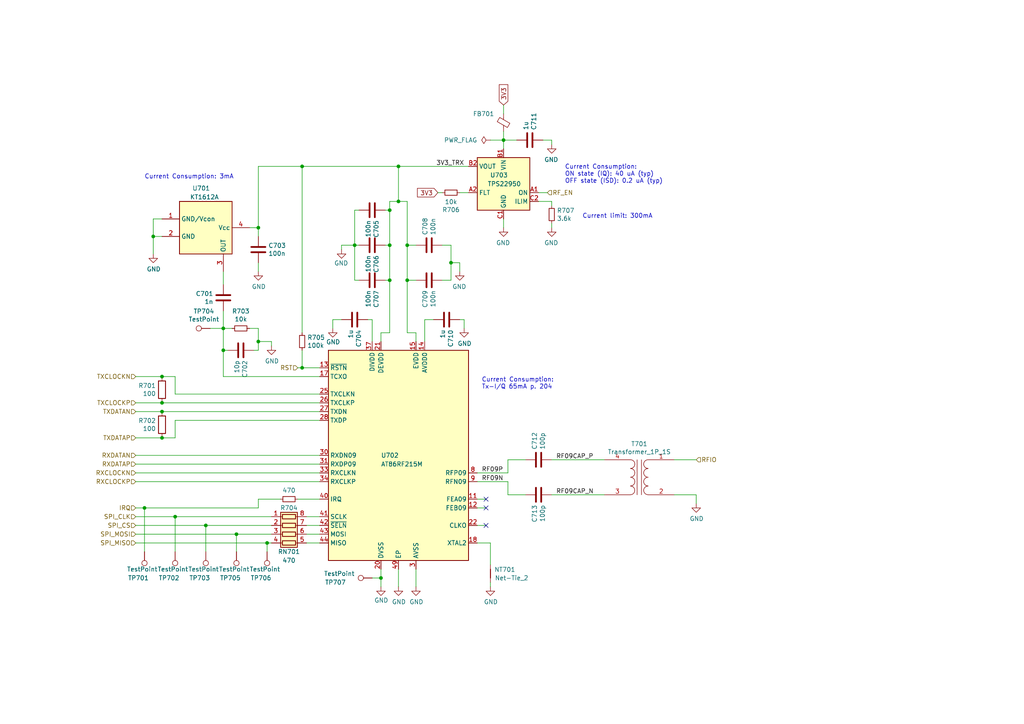
<source format=kicad_sch>
(kicad_sch (version 20211123) (generator eeschema)
  (paper "A4")
  (lib_symbols
    (symbol "Connector:TestPoint" (pin_numbers hide) (pin_names (offset 0.762) hide)
      (property "Reference" "TP" (at 0 6.858 0))
      (property "Value" "TestPoint" (at 0 5.08 0))
      (symbol "TestPoint_0_1"
        (circle (center 0 3.302) (radius 0.762))
      )
      (symbol "TestPoint_1_1"
        (pin passive line (at 0 0 90) (length 2.54) (name "1") (number "1"))
      )
    )
    (symbol "Device:C" (pin_numbers hide) (pin_names (offset 0.254))
      (property "Reference" "C" (at 0.635 2.54 0))
      (property "Value" "C" (at 0.635 -2.54 0))
      (symbol "C_0_1"
        (polyline (pts (xy -2.032 -0.762) (xy 2.032 -0.762)) (stroke (width 0.508)))
        (polyline (pts (xy -2.032 0.762) (xy 2.032 0.762)) (stroke (width 0.508)))
      )
      (symbol "C_1_1"
        (pin passive line (at 0 3.81 270) (length 2.794) (name "~") (number "1"))
        (pin passive line (at 0 -3.81 90) (length 2.794) (name "~") (number "2"))
      )
    )
    (symbol "Device:FerriteBead_Small" (pin_numbers hide) (pin_names (offset 0))
      (property "Reference" "FB" (at 1.905 1.27 0))
      (property "Value" "FerriteBead_Small" (at 1.905 -1.27 0))
      (symbol "FerriteBead_Small_0_1"
        (polyline (pts (xy 0 -1.27) (xy 0 -0.7874)))
        (polyline (pts (xy 0 0.889) (xy 0 1.2954)))
        (polyline (pts (xy -1.8288 0.2794) (xy -1.1176 1.4986) (xy 1.8288 -0.2032) (xy 1.1176 -1.4224) (xy -1.8288 0.2794)))
      )
      (symbol "FerriteBead_Small_1_1"
        (pin passive line (at 0 2.54 270) (length 1.27) (name "~") (number "1"))
        (pin passive line (at 0 -2.54 90) (length 1.27) (name "~") (number "2"))
      )
    )
    (symbol "Device:NetTie_2" (pin_numbers hide) (pin_names (offset 0) hide)
      (property "Reference" "NT" (at 0 1.27 0))
      (property "Value" "NetTie_2" (at 0 -1.27 0))
      (symbol "NetTie_2_0_1"
        (polyline (pts (xy -1.27 0) (xy 1.27 0)) (stroke (width 0.254)))
      )
      (symbol "NetTie_2_1_1"
        (pin passive line (at -2.54 0 0) (length 2.54) (name "1") (number "1"))
        (pin passive line (at 2.54 0 180) (length 2.54) (name "2") (number "2"))
      )
    )
    (symbol "Device:R" (pin_numbers hide) (pin_names (offset 0))
      (property "Reference" "R" (at 2.032 0 90))
      (property "Value" "R" (at 0 0 90))
      (symbol "R_0_1"
        (rectangle (start -1.016 -2.54) (end 1.016 2.54) (stroke (width 0.254)))
      )
      (symbol "R_1_1"
        (pin passive line (at 0 3.81 270) (length 1.27) (name "~") (number "1"))
        (pin passive line (at 0 -3.81 90) (length 1.27) (name "~") (number "2"))
      )
    )
    (symbol "Device:R_Pack04" (pin_names (offset 0) hide)
      (property "Reference" "RN" (at -7.62 0 90))
      (property "Value" "R_Pack04" (at 5.08 0 90))
      (symbol "R_Pack04_0_1"
        (rectangle (start -6.35 -2.413) (end 3.81 2.413) (stroke (width 0.254)) (fill (type background)))
        (rectangle (start -5.715 1.905) (end -4.445 -1.905) (stroke (width 0.254)))
        (rectangle (start -3.175 1.905) (end -1.905 -1.905) (stroke (width 0.254)))
        (rectangle (start -0.635 1.905) (end 0.635 -1.905) (stroke (width 0.254)))
        (polyline (pts (xy -5.08 -2.54) (xy -5.08 -1.905)))
        (polyline (pts (xy -5.08 1.905) (xy -5.08 2.54)))
        (polyline (pts (xy -2.54 -2.54) (xy -2.54 -1.905)))
        (polyline (pts (xy -2.54 1.905) (xy -2.54 2.54)))
        (polyline (pts (xy 0 -2.54) (xy 0 -1.905)))
        (polyline (pts (xy 0 1.905) (xy 0 2.54)))
        (polyline (pts (xy 2.54 -2.54) (xy 2.54 -1.905)))
        (polyline (pts (xy 2.54 1.905) (xy 2.54 2.54)))
        (rectangle (start 1.905 1.905) (end 3.175 -1.905) (stroke (width 0.254)))
      )
      (symbol "R_Pack04_1_1"
        (pin passive line (at -5.08 -5.08 90) (length 2.54) (name "R1.1") (number "1"))
        (pin passive line (at -2.54 -5.08 90) (length 2.54) (name "R2.1") (number "2"))
        (pin passive line (at 0 -5.08 90) (length 2.54) (name "R3.1") (number "3"))
        (pin passive line (at 2.54 -5.08 90) (length 2.54) (name "R4.1") (number "4"))
        (pin passive line (at 2.54 5.08 270) (length 2.54) (name "R4.2") (number "5"))
        (pin passive line (at 0 5.08 270) (length 2.54) (name "R3.2") (number "6"))
        (pin passive line (at -2.54 5.08 270) (length 2.54) (name "R2.2") (number "7"))
        (pin passive line (at -5.08 5.08 270) (length 2.54) (name "R1.2") (number "8"))
      )
    )
    (symbol "Device:R_Small" (pin_numbers hide) (pin_names (offset 0.254) hide)
      (property "Reference" "R" (at 0.762 0.508 0))
      (property "Value" "R_Small" (at 0.762 -1.016 0))
      (symbol "R_Small_0_1"
        (rectangle (start -0.762 1.778) (end 0.762 -1.778) (stroke (width 0.2032)))
      )
      (symbol "R_Small_1_1"
        (pin passive line (at 0 2.54 270) (length 0.762) (name "~") (number "1"))
        (pin passive line (at 0 -2.54 90) (length 0.762) (name "~") (number "2"))
      )
    )
    (symbol "Device:Transformer_1P_1S" (pin_names (offset 1.016) hide)
      (property "Reference" "T" (at 0 6.35 0))
      (property "Value" "Transformer_1P_1S" (at 0 -7.62 0))
      (symbol "Transformer_1P_1S_0_1"
        (arc (start -2.54 -5.0546) (mid -1.6561 -4.6863) (end -1.27 -3.81))
        (arc (start -2.54 -2.5146) (mid -1.6561 -2.1463) (end -1.27 -1.27))
        (arc (start -2.54 0.0254) (mid -1.6561 0.3937) (end -1.27 1.27))
        (arc (start -2.54 2.5654) (mid -1.6561 2.9337) (end -1.27 3.81))
        (arc (start -1.27 -3.81) (mid -1.642 -2.912) (end -2.54 -2.54))
        (arc (start -1.27 -1.27) (mid -1.642 -0.372) (end -2.54 0))
        (arc (start -1.27 1.27) (mid -1.642 2.168) (end -2.54 2.54))
        (arc (start -1.27 3.81) (mid -1.642 4.708) (end -2.54 5.08))
        (polyline (pts (xy -0.635 5.08) (xy -0.635 -5.08)))
        (polyline (pts (xy 0.635 -5.08) (xy 0.635 5.08)))
        (arc (start 1.2954 -1.27) (mid 1.6599 -2.1501) (end 2.54 -2.5146))
        (arc (start 1.2954 1.27) (mid 1.6599 0.3899) (end 2.54 0.0254))
        (arc (start 1.2954 3.81) (mid 1.6599 2.9299) (end 2.54 2.5654))
        (arc (start 1.3208 -3.81) (mid 1.6853 -4.6901) (end 2.5654 -5.0546))
        (arc (start 2.54 0) (mid 1.6456 -0.3683) (end 1.2954 -1.27))
        (arc (start 2.54 2.54) (mid 1.6456 2.1717) (end 1.2954 1.27))
        (arc (start 2.54 5.08) (mid 1.6456 4.7117) (end 1.2954 3.81))
        (arc (start 2.5654 -2.54) (mid 1.671 -2.9083) (end 1.3208 -3.81))
      )
      (symbol "Transformer_1P_1S_1_1"
        (pin passive line (at -10.16 5.08 0) (length 7.62) (name "AA") (number "1"))
        (pin passive line (at -10.16 -5.08 0) (length 7.62) (name "AB") (number "2"))
        (pin passive line (at 10.16 -5.08 180) (length 7.62) (name "SA") (number "3"))
        (pin passive line (at 10.16 5.08 180) (length 7.62) (name "SB") (number "4"))
      )
    )
    (symbol "lsf-kicad:AT86RF215M"
      (property "Reference" "U" (at -19.05 33.02 0))
      (property "Value" "AT86RF215M" (at 0 0 0))
      (symbol "AT86RF215M_0_1"
        (rectangle (start -20.32 30.48) (end 20.32 -30.48) (stroke (width 0.254)) (fill (type background)))
      )
      (symbol "AT86RF215M_1_1"
        (pin no_connect line (at 22.86 20.32 180) (length 2.54) hide (name "FEA24") (number "1"))
        (pin passive line (at 5.08 -33.02 90) (length 2.54) hide (name "AVSS") (number "10"))
        (pin output line (at 22.86 -12.7 180) (length 2.54) (name "FEA09") (number "11"))
        (pin output line (at 22.86 -15.24 180) (length 2.54) (name "FEB09") (number "12"))
        (pin input line (at -22.86 25.4 0) (length 2.54) (name "~{RSTN}") (number "13"))
        (pin power_out line (at 7.62 33.02 270) (length 2.54) (name "AVDD0") (number "14"))
        (pin power_in line (at 5.08 33.02 270) (length 2.54) (name "EVDD") (number "15"))
        (pin passive line (at 5.08 -33.02 90) (length 2.54) hide (name "AVSS") (number "16"))
        (pin input line (at -22.86 22.86 0) (length 2.54) (name "TCXO") (number "17"))
        (pin bidirectional line (at 22.86 -25.4 180) (length 2.54) (name "XTAL2") (number "18"))
        (pin passive line (at 5.08 -33.02 90) (length 2.54) hide (name "AVSS") (number "19"))
        (pin no_connect line (at 22.86 17.78 180) (length 2.54) hide (name "FEB24") (number "2"))
        (pin power_in line (at -5.08 -33.02 90) (length 2.54) (name "DVSS") (number "20"))
        (pin power_in line (at -5.08 33.02 270) (length 2.54) (name "DEVDD") (number "21"))
        (pin output line (at 22.86 -20.32 180) (length 2.54) (name "CLKO") (number "22"))
        (pin passive line (at -5.08 -33.02 90) (length 2.54) hide (name "DVSS") (number "23"))
        (pin passive line (at -5.08 -33.02 90) (length 2.54) hide (name "DVSS") (number "24"))
        (pin input line (at -22.86 17.78 0) (length 2.54) (name "TXCLKN") (number "25"))
        (pin input line (at -22.86 15.24 0) (length 2.54) (name "TXCLKP") (number "26"))
        (pin input line (at -22.86 12.7 0) (length 2.54) (name "TXDN") (number "27"))
        (pin input line (at -22.86 10.16 0) (length 2.54) (name "TXDP") (number "28"))
        (pin passive line (at -5.08 33.02 270) (length 2.54) hide (name "DEVDD") (number "29"))
        (pin power_in line (at 5.08 -33.02 90) (length 2.54) (name "AVSS") (number "3"))
        (pin output line (at -22.86 0 0) (length 2.54) (name "RXDN09") (number "30"))
        (pin output line (at -22.86 -2.54 0) (length 2.54) (name "RXDP09") (number "31"))
        (pin passive line (at -5.08 -33.02 90) (length 2.54) hide (name "DVSS") (number "32"))
        (pin output line (at -22.86 -5.08 0) (length 2.54) (name "RXCLKN") (number "33"))
        (pin output line (at -22.86 -7.62 0) (length 2.54) (name "RXCLKP") (number "34"))
        (pin no_connect line (at -22.86 5.08 0) (length 2.54) hide (name "RXDN24") (number "35"))
        (pin no_connect line (at -22.86 2.54 0) (length 2.54) hide (name "RXDP24") (number "36"))
        (pin power_out line (at -7.62 33.02 270) (length 2.54) (name "DΙVDD") (number "37"))
        (pin passive line (at -5.08 -33.02 90) (length 2.54) hide (name "DVSS") (number "38"))
        (pin passive line (at -5.08 33.02 270) (length 2.54) hide (name "DEVDD") (number "39"))
        (pin no_connect line (at 22.86 12.7 180) (length 2.54) hide (name "RFP24") (number "4"))
        (pin output line (at -22.86 -12.7 0) (length 2.54) (name "IRQ") (number "40"))
        (pin input line (at -22.86 -17.78 0) (length 2.54) (name "SCLK") (number "41"))
        (pin input line (at -22.86 -20.32 0) (length 2.54) (name "~{SELN}") (number "42"))
        (pin input line (at -22.86 -22.86 0) (length 2.54) (name "MOSI") (number "43"))
        (pin output line (at -22.86 -25.4 0) (length 2.54) (name "MISO") (number "44"))
        (pin passive line (at 5.08 -33.02 90) (length 2.54) hide (name "AVSS") (number "45"))
        (pin passive line (at 5.08 33.02 270) (length 2.54) hide (name "EVDD") (number "46"))
        (pin no_connect line (at 10.16 33.02 270) (length 2.54) hide (name "AVDD1") (number "47"))
        (pin passive line (at 5.08 -33.02 90) (length 2.54) hide (name "AVSS") (number "48"))
        (pin power_in line (at 0 -33.02 90) (length 2.54) (name "EP") (number "49"))
        (pin no_connect line (at 22.86 10.16 180) (length 2.54) hide (name "RFN24") (number "5"))
        (pin passive line (at 5.08 -33.02 90) (length 2.54) hide (name "AVSS") (number "6"))
        (pin passive line (at 5.08 -33.02 90) (length 2.54) hide (name "AVSS") (number "7"))
        (pin bidirectional line (at 22.86 -5.08 180) (length 2.54) (name "RFP09") (number "8"))
        (pin bidirectional line (at 22.86 -7.62 180) (length 2.54) (name "RFN09") (number "9"))
      )
    )
    (symbol "lsf-kicad:KT1612A"
      (property "Reference" "U" (at 6.35 8.89 0))
      (property "Value" "KT1612A" (at -7.62 8.89 0))
      (symbol "KT1612A_0_1"
        (rectangle (start -7.62 7.62) (end 7.62 -7.62) (stroke (width 0.254)) (fill (type background)))
      )
      (symbol "KT1612A_1_1"
        (pin power_in line (at -2.54 -12.7 90) (length 5.08) (name "GND/Vcon") (number "1"))
        (pin power_in line (at 2.54 -12.7 90) (length 5.08) (name "GND") (number "2"))
        (pin output line (at 12.7 5.08 180) (length 5.08) (name "OUT") (number "3"))
        (pin power_in line (at 0 12.7 270) (length 5.08) (name "Vcc") (number "4"))
      )
    )
    (symbol "lsf-kicad:TPS22950"
      (property "Reference" "U" (at 5.08 8.89 0))
      (property "Value" "TPS22950" (at 5.08 -8.89 0))
      (symbol "TPS22950_0_1"
        (rectangle (start -7.62 7.62) (end 7.62 -7.62) (stroke (width 0.254)) (fill (type background)))
      )
      (symbol "TPS22950_1_1"
        (pin input line (at -10.16 -2.54 0) (length 2.54) (name "ON") (number "A1"))
        (pin open_collector line (at 10.16 -2.54 180) (length 2.54) (name "FLT") (number "A2"))
        (pin power_in line (at 0 10.16 270) (length 2.54) (name "VIN") (number "B1"))
        (pin power_out line (at 10.16 5.08 180) (length 2.54) (name "VOUT") (number "B2"))
        (pin power_in line (at 0 -10.16 90) (length 2.54) (name "GND") (number "C1"))
        (pin output line (at -10.16 -5.08 0) (length 2.54) (name "ILIM") (number "C2"))
      )
    )
    (symbol "power:GND" (power) (pin_names (offset 0))
      (property "Value" "GND" (at 0 -3.81 0))
      (symbol "GND_0_1"
        (polyline (pts (xy 0 0) (xy 0 -1.27) (xy 1.27 -1.27) (xy 0 -2.54) (xy -1.27 -1.27) (xy 0 -1.27)))
      )
      (symbol "GND_1_1"
        (pin power_in line (at 0 0 270) (length 0) hide (name "GND") (number "1"))
      )
    )
    (symbol "power:PWR_FLAG" (power) (pin_numbers hide) (pin_names (offset 0) hide)
      (property "Value" "PWR_FLAG" (at 0 3.81 0))
      (symbol "PWR_FLAG_0_0"
        (pin power_out line (at 0 0 90) (length 0) (name "pwr") (number "1"))
      )
      (symbol "PWR_FLAG_0_1"
        (polyline (pts (xy 0 0) (xy 0 1.27) (xy -1.016 1.905) (xy 0 2.54) (xy 1.016 1.905) (xy 0 1.27)))
      )
    )
  )
  (junction (at 59.69 152.4))
  (junction (at 130.81 76.2))
  (junction (at 64.77 101.6))
  (junction (at 74.93 99.06))
  (junction (at 115.57 48.26))
  (junction (at 46.99 116.84))
  (junction (at 77.47 157.48))
  (junction (at 46.99 109.22))
  (junction (at 118.11 71.12))
  (junction (at 46.99 119.38))
  (junction (at 68.58 154.94))
  (junction (at 87.63 106.68))
  (junction (at 113.03 60.96))
  (junction (at 44.45 68.58))
  (junction (at 110.49 167.64))
  (junction (at 113.03 81.28))
  (junction (at 87.63 48.26))
  (junction (at 118.11 81.28))
  (junction (at 115.57 58.42))
  (junction (at 41.91 147.32))
  (junction (at 113.03 71.12))
  (junction (at 50.8 149.86))
  (junction (at 46.99 127))
  (junction (at 64.77 95.25))
  (junction (at 74.93 66.04))
  (junction (at 146.05 40.64))
  (junction (at 102.87 71.12))
  (no_connect (at 140.97 147.32))
  (no_connect (at 140.97 144.78))
  (no_connect (at 140.97 152.4))
  (wire (pts (xy 128.27 71.12) (xy 130.81 71.12)))
  (wire (pts (xy 46.99 119.38) (xy 39.37 119.38)))
  (wire (pts (xy 146.05 63.5) (xy 146.05 66.04)))
  (wire (pts (xy 134.62 92.71) (xy 133.35 92.71)))
  (wire (pts (xy 111.76 71.12) (xy 113.03 71.12)))
  (wire (pts (xy 39.37 139.7) (xy 92.71 139.7)))
  (wire (pts (xy 74.93 76.2) (xy 74.93 78.74)))
  (wire (pts (xy 138.43 137.16) (xy 147.32 137.16)))
  (wire (pts (xy 102.87 60.96) (xy 104.14 60.96)))
  (wire (pts (xy 87.63 101.6) (xy 87.63 106.68)))
  (wire (pts (xy 115.57 48.26) (xy 135.89 48.26)))
  (wire (pts (xy 74.93 48.26) (xy 74.93 66.04)))
  (wire (pts (xy 78.74 157.48) (xy 77.47 157.48)))
  (wire (pts (xy 118.11 81.28) (xy 118.11 96.52)))
  (wire (pts (xy 44.45 68.58) (xy 44.45 73.66)))
  (wire (pts (xy 138.43 152.4) (xy 140.97 152.4)))
  (wire (pts (xy 46.99 127) (xy 39.37 127)))
  (wire (pts (xy 87.63 106.68) (xy 92.71 106.68)))
  (wire (pts (xy 64.77 78.74) (xy 64.77 82.55)))
  (wire (pts (xy 160.02 133.35) (xy 175.26 133.35)))
  (wire (pts (xy 110.49 99.06) (xy 110.49 96.52)))
  (wire (pts (xy 74.93 101.6) (xy 73.66 101.6)))
  (wire (pts (xy 142.24 163.83) (xy 142.24 157.48)))
  (wire (pts (xy 133.35 76.2) (xy 130.81 76.2)))
  (wire (pts (xy 68.58 154.94) (xy 78.74 154.94)))
  (wire (pts (xy 64.77 109.22) (xy 92.71 109.22)))
  (wire (pts (xy 78.74 99.06) (xy 74.93 99.06)))
  (wire (pts (xy 130.81 81.28) (xy 128.27 81.28)))
  (wire (pts (xy 111.76 81.28) (xy 113.03 81.28)))
  (wire (pts (xy 195.58 143.51) (xy 201.93 143.51)))
  (wire (pts (xy 142.24 40.64) (xy 146.05 40.64)))
  (wire (pts (xy 39.37 149.86) (xy 50.8 149.86)))
  (wire (pts (xy 46.99 109.22) (xy 39.37 109.22)))
  (wire (pts (xy 110.49 165.1) (xy 110.49 167.64)))
  (wire (pts (xy 74.93 99.06) (xy 74.93 101.6)))
  (wire (pts (xy 138.43 157.48) (xy 142.24 157.48)))
  (wire (pts (xy 146.05 38.1) (xy 146.05 40.64)))
  (wire (pts (xy 156.21 58.42) (xy 160.02 58.42)))
  (wire (pts (xy 160.02 40.64) (xy 160.02 41.91)))
  (wire (pts (xy 74.93 66.04) (xy 74.93 68.58)))
  (wire (pts (xy 102.87 71.12) (xy 99.06 71.12)))
  (wire (pts (xy 113.03 58.42) (xy 113.03 60.96)))
  (wire (pts (xy 88.9 154.94) (xy 92.71 154.94)))
  (wire (pts (xy 44.45 63.5) (xy 44.45 68.58)))
  (wire (pts (xy 88.9 157.48) (xy 92.71 157.48)))
  (wire (pts (xy 138.43 144.78) (xy 140.97 144.78)))
  (wire (pts (xy 50.8 114.3) (xy 92.71 114.3)))
  (wire (pts (xy 68.58 154.94) (xy 39.37 154.94)))
  (wire (pts (xy 50.8 114.3) (xy 50.8 109.22)))
  (wire (pts (xy 87.63 48.26) (xy 115.57 48.26)))
  (wire (pts (xy 64.77 109.22) (xy 64.77 101.6)))
  (wire (pts (xy 39.37 152.4) (xy 59.69 152.4)))
  (wire (pts (xy 118.11 58.42) (xy 118.11 71.12)))
  (wire (pts (xy 133.35 76.2) (xy 133.35 78.74)))
  (wire (pts (xy 104.14 81.28) (xy 102.87 81.28)))
  (wire (pts (xy 115.57 48.26) (xy 115.57 58.42)))
  (wire (pts (xy 50.8 109.22) (xy 46.99 109.22)))
  (wire (pts (xy 118.11 96.52) (xy 120.65 96.52)))
  (wire (pts (xy 123.19 92.71) (xy 123.19 99.06)))
  (wire (pts (xy 113.03 60.96) (xy 111.76 60.96)))
  (wire (pts (xy 113.03 58.42) (xy 115.57 58.42)))
  (wire (pts (xy 68.58 160.02) (xy 68.58 154.94)))
  (wire (pts (xy 120.65 81.28) (xy 118.11 81.28)))
  (wire (pts (xy 88.9 152.4) (xy 92.71 152.4)))
  (wire (pts (xy 92.71 149.86) (xy 88.9 149.86)))
  (wire (pts (xy 115.57 58.42) (xy 118.11 58.42)))
  (wire (pts (xy 160.02 64.77) (xy 160.02 66.04)))
  (wire (pts (xy 64.77 95.25) (xy 64.77 101.6)))
  (wire (pts (xy 113.03 71.12) (xy 113.03 60.96)))
  (wire (pts (xy 67.31 95.25) (xy 64.77 95.25)))
  (wire (pts (xy 74.93 48.26) (xy 87.63 48.26)))
  (wire (pts (xy 78.74 149.86) (xy 50.8 149.86)))
  (wire (pts (xy 147.32 143.51) (xy 152.4 143.51)))
  (wire (pts (xy 77.47 160.02) (xy 77.47 157.48)))
  (wire (pts (xy 115.57 165.1) (xy 115.57 170.18)))
  (wire (pts (xy 64.77 90.17) (xy 64.77 95.25)))
  (wire (pts (xy 134.62 95.25) (xy 134.62 92.71)))
  (wire (pts (xy 92.71 132.08) (xy 39.37 132.08)))
  (wire (pts (xy 64.77 95.25) (xy 60.96 95.25)))
  (wire (pts (xy 110.49 96.52) (xy 113.03 96.52)))
  (wire (pts (xy 50.8 121.92) (xy 92.71 121.92)))
  (wire (pts (xy 160.02 58.42) (xy 160.02 59.69)))
  (wire (pts (xy 64.77 101.6) (xy 66.04 101.6)))
  (wire (pts (xy 130.81 76.2) (xy 130.81 81.28)))
  (wire (pts (xy 74.93 95.25) (xy 74.93 99.06)))
  (wire (pts (xy 146.05 30.48) (xy 146.05 33.02)))
  (wire (pts (xy 133.35 55.88) (xy 135.89 55.88)))
  (wire (pts (xy 138.43 147.32) (xy 140.97 147.32)))
  (wire (pts (xy 138.43 139.7) (xy 147.32 139.7)))
  (wire (pts (xy 78.74 100.33) (xy 78.74 99.06)))
  (wire (pts (xy 146.05 40.64) (xy 149.86 40.64)))
  (wire (pts (xy 110.49 167.64) (xy 110.49 170.18)))
  (wire (pts (xy 50.8 160.02) (xy 50.8 149.86)))
  (wire (pts (xy 72.39 66.04) (xy 74.93 66.04)))
  (wire (pts (xy 39.37 134.62) (xy 92.71 134.62)))
  (wire (pts (xy 130.81 71.12) (xy 130.81 76.2)))
  (wire (pts (xy 99.06 71.12) (xy 99.06 72.39)))
  (wire (pts (xy 113.03 81.28) (xy 113.03 71.12)))
  (wire (pts (xy 39.37 137.16) (xy 92.71 137.16)))
  (wire (pts (xy 125.73 92.71) (xy 123.19 92.71)))
  (wire (pts (xy 39.37 157.48) (xy 77.47 157.48)))
  (wire (pts (xy 87.63 106.68) (xy 86.36 106.68)))
  (wire (pts (xy 160.02 143.51) (xy 175.26 143.51)))
  (wire (pts (xy 113.03 81.28) (xy 113.03 96.52)))
  (wire (pts (xy 50.8 127) (xy 46.99 127)))
  (wire (pts (xy 195.58 133.35) (xy 201.93 133.35)))
  (wire (pts (xy 158.75 55.88) (xy 156.21 55.88)))
  (wire (pts (xy 147.32 139.7) (xy 147.32 143.51)))
  (wire (pts (xy 102.87 71.12) (xy 102.87 60.96)))
  (wire (pts (xy 59.69 160.02) (xy 59.69 152.4)))
  (wire (pts (xy 50.8 121.92) (xy 50.8 127)))
  (wire (pts (xy 99.06 92.71) (xy 96.52 92.71)))
  (wire (pts (xy 118.11 81.28) (xy 118.11 71.12)))
  (wire (pts (xy 157.48 40.64) (xy 160.02 40.64)))
  (wire (pts (xy 102.87 81.28) (xy 102.87 71.12)))
  (wire (pts (xy 39.37 116.84) (xy 46.99 116.84)))
  (wire (pts (xy 120.65 165.1) (xy 120.65 170.18)))
  (wire (pts (xy 86.36 144.78) (xy 92.71 144.78)))
  (wire (pts (xy 142.24 168.91) (xy 142.24 170.18)))
  (wire (pts (xy 147.32 137.16) (xy 147.32 133.35)))
  (wire (pts (xy 107.95 92.71) (xy 106.68 92.71)))
  (wire (pts (xy 72.39 95.25) (xy 74.93 95.25)))
  (wire (pts (xy 74.93 147.32) (xy 74.93 144.78)))
  (wire (pts (xy 46.99 68.58) (xy 44.45 68.58)))
  (wire (pts (xy 46.99 116.84) (xy 92.71 116.84)))
  (wire (pts (xy 146.05 40.64) (xy 146.05 43.18)))
  (wire (pts (xy 120.65 96.52) (xy 120.65 99.06)))
  (wire (pts (xy 118.11 71.12) (xy 120.65 71.12)))
  (wire (pts (xy 96.52 92.71) (xy 96.52 95.25)))
  (wire (pts (xy 104.14 71.12) (xy 102.87 71.12)))
  (wire (pts (xy 74.93 144.78) (xy 81.28 144.78)))
  (wire (pts (xy 147.32 133.35) (xy 152.4 133.35)))
  (wire (pts (xy 78.74 152.4) (xy 59.69 152.4)))
  (wire (pts (xy 201.93 143.51) (xy 201.93 146.05)))
  (wire (pts (xy 87.63 48.26) (xy 87.63 96.52)))
  (wire (pts (xy 46.99 63.5) (xy 44.45 63.5)))
  (wire (pts (xy 41.91 147.32) (xy 74.93 147.32)))
  (wire (pts (xy 41.91 160.02) (xy 41.91 147.32)))
  (wire (pts (xy 92.71 119.38) (xy 46.99 119.38)))
  (wire (pts (xy 107.95 92.71) (xy 107.95 99.06)))
  (wire (pts (xy 39.37 147.32) (xy 41.91 147.32)))
  (wire (pts (xy 107.95 167.64) (xy 110.49 167.64)))
  (wire (pts (xy 127 55.88) (xy 128.27 55.88)))
  (text "Current Consumption:\nTx-I/Q 65mA p. 204" (at 139.7 113.03 0) (effects (font (size 1.27 1.27)) (justify left bottom)))
  (text "Current Consumption: 3mA" (at 41.91 52.07 0) (effects (font (size 1.27 1.27)) (justify left bottom)))
  (text "Current Consumption:\nON state (IQ): 40 uA (typ)\nOFF state (ISD): 0.2 uA (typ)" (at 163.83 53.34 0) (effects (font (size 1.27 1.27)) (justify left bottom)))
  (text "Current limit: 300mA" (at 168.91 63.5 0) (effects (font (size 1.27 1.27)) (justify left bottom)))
  (label "3V3_TRX" (at 134.62 48.26 180))
  (label "RF09N" (at 139.7 139.7 0))
  (label "RF09CAP_N" (at 161.29 143.51 0))
  (label "RF09CAP_P" (at 161.29 133.35 0))
  (label "RF09P" (at 139.7 137.16 0))
  (global_label "3V3" (shape input) (at 127 55.88 180) (property "Intersheet References" "${INTERSHEET_REFS}" (effects hide)))
  (global_label "3V3" (shape input) (at 146.05 30.48 90) (property "Intersheet References" "${INTERSHEET_REFS}" (effects hide)))
  (hierarchical_label "RF_EN" (shape input) (at 158.75 55.88 0))
  (hierarchical_label "TXDATAP" (shape input) (at 39.37 127 180))
  (hierarchical_label "SPI_CS" (shape input) (at 39.37 152.4 180))
  (hierarchical_label "RXDATAP" (shape input) (at 39.37 134.62 180))
  (hierarchical_label "RXCLOCKP" (shape input) (at 39.37 139.7 180))
  (hierarchical_label "RXDATAN" (shape input) (at 39.37 132.08 180))
  (hierarchical_label "SPI_MISO" (shape input) (at 39.37 157.48 180))
  (hierarchical_label "SPI_CLK" (shape input) (at 39.37 149.86 180))
  (hierarchical_label "RST" (shape input) (at 86.36 106.68 180))
  (hierarchical_label "TXDATAN" (shape input) (at 39.37 119.38 180))
  (hierarchical_label "TXCLOCKN" (shape input) (at 39.37 109.22 180))
  (hierarchical_label "IRQ" (shape input) (at 39.37 147.32 180))
  (hierarchical_label "TXCLOCKP" (shape input) (at 39.37 116.84 180))
  (hierarchical_label "RFIO" (shape input) (at 201.93 133.35 0))
  (hierarchical_label "SPI_MOSI" (shape input) (at 39.37 154.94 180))
  (hierarchical_label "RXCLOCKN" (shape input) (at 39.37 137.16 180))
  (symbol (lib_id "lsf-kicad:TPS22950") (at 146.05 53.34 0) (mirror y) (unit 1)
    (property "Reference" "U703" (at 147.32 50.8 0) (effects (justify left)))
    (property "Value" "TPS22950" (at 151.13 53.34 0) (effects (justify left)))
    (property "Footprint" "Package_BGA:Texas_DSBGA-6_0.9x1.4mm_Layout2x3_P0.5mm" (effects hide))
    (property "Datasheet" "https://www.ti.com/lit/ds/symlink/tps22950.pdf" (effects hide))
  )
  (symbol (lib_id "Connector:TestPoint") (at 77.47 160.02 180) (unit 1)
    (property "Reference" "TP706" (at 78.74 167.64 0) (effects (justify left)))
    (property "Value" "TestPoint" (at 81.28 165.1 0) (effects (justify left)))
    (property "Footprint" "lsf-kicad-lib:TestPoint_D0.8mm_Mask-Only" (effects hide))
  )
  (symbol (lib_id "Device:C") (at 107.95 71.12 90) (unit 1)
    (property "Reference" "C706" (at 109.1184 74.0156 0) (effects (justify right)))
    (property "Value" "100n" (at 106.807 74.0156 0) (effects (justify right)))
    (property "Footprint" "Capacitor_SMD:C_0402_1005Metric" (effects hide))
    (property "Mnf." "KEMET" (effects hide))
    (property "Description" "Capacitor, 0402, 10%, 16V, X7R" (effects hide))
    (property "PartNumber" "C0402C104K4RACTU" (effects hide))
  )
  (symbol (lib_id "Connector:TestPoint") (at 59.69 160.02 180) (unit 1)
    (property "Reference" "TP703" (at 60.96 167.64 0) (effects (justify left)))
    (property "Value" "TestPoint" (at 63.5 165.1 0) (effects (justify left)))
    (property "Footprint" "lsf-kicad-lib:TestPoint_D0.8mm_Mask-Only" (effects hide))
  )
  (symbol (lib_id "power:GND") (at 146.05 66.04 0) (mirror y) (unit 1)
    (property "Reference" "#PWR0712" (effects hide))
    (property "Value" "GND" (at 145.923 70.4342 0))
  )
  (symbol (lib_id "Connector:TestPoint") (at 50.8 160.02 180) (unit 1)
    (property "Reference" "TP702" (at 52.07 167.64 0) (effects (justify left)))
    (property "Value" "TestPoint" (at 54.61 165.1 0) (effects (justify left)))
    (property "Footprint" "lsf-kicad-lib:TestPoint_D0.8mm_Mask-Only" (effects hide))
  )
  (symbol (lib_id "lsf-kicad:KT1612A") (at 59.69 66.04 270) (unit 1)
    (property "Reference" "U701" (at 60.96 54.61 90) (effects (justify right)))
    (property "Value" "KT1612A" (at 63.5 57.15 90) (effects (justify right)))
    (property "Footprint" "lsf-kicad-lib:KT1612" (effects hide))
    (property "Datasheet" "https://global.kyocera.com/prdct/electro/product/pdf/kt1612_e.pdf" (effects hide))
    (property "Mnf." "Kyocera Electronic Components" (effects hide))
    (property "PartNumber" "KT1612A26000AAW19TBT" (effects hide))
  )
  (symbol (lib_id "Device:Transformer_1P_1S") (at 185.42 138.43 0) (mirror y) (unit 1)
    (property "Reference" "T701" (at 185.42 128.7526 0))
    (property "Value" "Transformer_1P_1S" (at 185.42 131.064 0))
    (property "Footprint" "lsf-kicad-lib:ATB2012" (effects hide))
    (property "PartNumber" "ATB2012-50011-T000" (effects hide))
    (property "Mnf." "TDK" (effects hide))
  )
  (symbol (lib_id "power:GND") (at 120.65 170.18 0) (unit 1)
    (property "Reference" "#PWR0708" (effects hide))
    (property "Value" "GND" (at 120.777 174.5742 0))
  )
  (symbol (lib_id "power:GND") (at 142.24 170.18 0) (unit 1)
    (property "Reference" "#PWR0711" (effects hide))
    (property "Value" "GND" (at 142.367 174.5742 0))
  )
  (symbol (lib_id "Device:R_Small") (at 130.81 55.88 270) (unit 1)
    (property "Reference" "R706" (at 130.81 60.8584 90))
    (property "Value" "10k" (at 130.81 58.547 90))
    (property "Footprint" "Resistor_SMD:R_0402_1005Metric" (effects hide))
    (property "Description" "Resistor, 0402, 1%, 1/16W" (effects hide))
    (property "Mnf." "Vishay" (effects hide))
    (property "PartNumber" "CRCW040210K0FKEDC " (effects hide))
  )
  (symbol (lib_id "Device:C") (at 69.85 101.6 90) (unit 1)
    (property "Reference" "C702" (at 71.0184 104.4956 0) (effects (justify right)))
    (property "Value" "10p" (at 68.707 104.4956 0) (effects (justify right)))
    (property "Footprint" "Capacitor_SMD:C_0402_1005Metric" (effects hide))
    (property "Mnf." "KEMET" (effects hide))
    (property "Description" "Capacitor, 0402, 0.25pF, 10V, NPO/COG" (effects hide))
    (property "PartNumber" "C0402C100C8GACTU" (effects hide))
  )
  (symbol (lib_id "Device:C") (at 153.67 40.64 90) (mirror x) (unit 1)
    (property "Reference" "C711" (at 154.8384 37.7444 0) (effects (justify right)))
    (property "Value" "1u" (at 152.527 37.7444 0) (effects (justify right)))
    (property "Footprint" "Capacitor_SMD:C_0402_1005Metric" (effects hide))
    (property "Mnf." "KEMET " (effects hide))
    (property "Description" "Capacitor, 0402, 10%, 10V, X5R" (effects hide))
    (property "PartNumber" "C0402C105K8PAC7411" (effects hide))
  )
  (symbol (lib_id "power:GND") (at 134.62 95.25 0) (unit 1)
    (property "Reference" "#PWR0710" (effects hide))
    (property "Value" "GND" (at 134.747 99.6442 0))
  )
  (symbol (lib_id "power:GND") (at 160.02 41.91 0) (mirror y) (unit 1)
    (property "Reference" "#PWR0713" (effects hide))
    (property "Value" "GND" (at 159.893 46.3042 0))
  )
  (symbol (lib_id "power:GND") (at 133.35 78.74 0) (mirror y) (unit 1)
    (property "Reference" "#PWR0709" (effects hide))
    (property "Value" "GND" (at 133.223 83.1342 0))
  )
  (symbol (lib_id "power:GND") (at 78.74 100.33 0) (unit 1)
    (property "Reference" "#PWR0703" (effects hide))
    (property "Value" "GND" (at 78.867 104.7242 0))
  )
  (symbol (lib_id "power:GND") (at 96.52 95.25 0) (unit 1)
    (property "Reference" "#PWR0704" (effects hide))
    (property "Value" "GND" (at 96.6216 99.187 0))
  )
  (symbol (lib_id "power:GND") (at 110.49 170.18 0) (unit 1)
    (property "Reference" "#PWR0706" (effects hide))
    (property "Value" "GND" (at 110.5916 174.117 0))
  )
  (symbol (lib_id "power:GND") (at 74.93 78.74 0) (unit 1)
    (property "Reference" "#PWR0702" (effects hide))
    (property "Value" "GND" (at 75.057 83.1342 0))
  )
  (symbol (lib_id "Connector:TestPoint") (at 60.96 95.25 90) (unit 1)
    (property "Reference" "TP704" (at 59.1312 90.297 90))
    (property "Value" "TestPoint" (at 59.1312 92.6084 90))
    (property "Footprint" "lsf-kicad-lib:TestPoint_D0.8mm_Mask-Only" (effects hide))
  )
  (symbol (lib_id "Device:R_Small") (at 87.63 99.06 180) (unit 1)
    (property "Reference" "R705" (at 89.1286 97.8916 0) (effects (justify right)))
    (property "Value" "100k" (at 89.1286 100.203 0) (effects (justify right)))
    (property "Footprint" "Resistor_SMD:R_0402_1005Metric" (effects hide))
    (property "Description" "Resistor, 0402, 1%, 1/16W" (effects hide))
    (property "Mnf." "Vishay" (effects hide))
    (property "PartNumber" "CRCW0402100KFKED" (effects hide))
  )
  (symbol (lib_id "Device:FerriteBead_Small") (at 146.05 35.56 0) (unit 1)
    (property "Reference" "FB701" (at 137.16 33.02 0) (effects (justify left)))
    (property "PartNumber" "74279263" (effects hide))
    (property "Mnf." "Wurth Elektronik" (effects hide))
  )
  (symbol (lib_id "Connector:TestPoint") (at 41.91 160.02 180) (unit 1)
    (property "Reference" "TP701" (at 43.18 167.64 0) (effects (justify left)))
    (property "Value" "TestPoint" (at 45.72 165.1 0) (effects (justify left)))
    (property "Footprint" "lsf-kicad-lib:TestPoint_D0.8mm_Mask-Only" (effects hide))
  )
  (symbol (lib_id "Device:R_Small") (at 69.85 95.25 90) (unit 1)
    (property "Reference" "R703" (at 69.85 90.2716 90))
    (property "Value" "10k" (at 69.85 92.583 90))
    (property "Footprint" "Resistor_SMD:R_0402_1005Metric" (effects hide))
    (property "Description" "Resistor, 0402, 1%, 1/16W" (effects hide))
    (property "Mnf." "Vishay" (effects hide))
    (property "PartNumber" "CRCW040210K0FKEDC " (effects hide))
  )
  (symbol (lib_id "Device:C") (at 156.21 143.51 90) (mirror x) (unit 1)
    (property "Reference" "C713" (at 155.0416 146.431 0) (effects (justify left)))
    (property "Value" "100p" (at 157.353 146.431 0) (effects (justify left)))
    (property "Footprint" "Capacitor_SMD:C_0402_1005Metric" (effects hide))
    (property "Mnf." "KEMET" (effects hide))
    (property "Description" "Capacitor, 0402, 5%, 50V, NPO/COG" (effects hide))
    (property "PartNumber" "CBR04C101J3GAC" (effects hide))
  )
  (symbol (lib_id "Device:C") (at 74.93 72.39 180) (unit 1)
    (property "Reference" "C703" (at 77.8256 71.2216 0) (effects (justify right)))
    (property "Value" "100n" (at 77.8256 73.533 0) (effects (justify right)))
    (property "Footprint" "Capacitor_SMD:C_0402_1005Metric" (effects hide))
    (property "Mnf." "KEMET" (effects hide))
    (property "Description" "Capacitor, 0402, 10%, 16V, X7R" (effects hide))
    (property "PartNumber" "C0402C104K4RACTU" (effects hide))
  )
  (symbol (lib_id "Device:R") (at 46.99 123.19 0) (unit 1)
    (property "Reference" "R702" (at 45.2374 122.0216 0) (effects (justify right)))
    (property "Value" "100" (at 45.2374 124.333 0) (effects (justify right)))
    (property "Footprint" "Resistor_SMD:R_0402_1005Metric" (effects hide))
    (property "PartNumber" "RT0402FRE07100RL" (effects hide))
  )
  (symbol (lib_id "Device:C") (at 129.54 92.71 90) (unit 1)
    (property "Reference" "C710" (at 130.7084 95.6056 0) (effects (justify right)))
    (property "Value" "1u" (at 128.397 95.6056 0) (effects (justify right)))
    (property "Footprint" "Capacitor_SMD:C_0402_1005Metric" (effects hide))
    (property "Mnf." "KEMET " (effects hide))
    (property "Description" "Capacitor, 0402, 10%, 10V, X5R" (effects hide))
    (property "PartNumber" "C0402C105K8PAC7411" (effects hide))
  )
  (symbol (lib_id "Device:R") (at 46.99 113.03 0) (unit 1)
    (property "Reference" "R701" (at 45.2374 111.8616 0) (effects (justify right)))
    (property "Value" "100" (at 45.2374 114.173 0) (effects (justify right)))
    (property "Footprint" "Resistor_SMD:R_0402_1005Metric" (effects hide))
    (property "PartNumber" "RT0402FRE07100RL" (effects hide))
  )
  (symbol (lib_id "power:PWR_FLAG") (at 142.24 40.64 90) (unit 1)
    (property "Reference" "#FLG0701" (effects hide))
    (property "Value" "PWR_FLAG" (at 138.43 40.6399 90) (effects (justify left)))
  )
  (symbol (lib_id "power:GND") (at 160.02 66.04 0) (mirror y) (unit 1)
    (property "Reference" "#PWR0714" (effects hide))
    (property "Value" "GND" (at 159.893 70.4342 0))
  )
  (symbol (lib_id "Device:R_Small") (at 160.02 62.23 180) (unit 1)
    (property "Reference" "R707" (at 161.5186 61.0616 0) (effects (justify right)))
    (property "Value" "3.6k" (at 161.5186 63.373 0) (effects (justify right)))
    (property "Footprint" "Resistor_SMD:R_0402_1005Metric" (effects hide))
    (property "Description" "Resistor, 0402, 1%, 1/16W" (effects hide))
  )
  (symbol (lib_id "Connector:TestPoint") (at 68.58 160.02 180) (unit 1)
    (property "Reference" "TP705" (at 69.85 167.64 0) (effects (justify left)))
    (property "Value" "TestPoint" (at 72.39 165.1 0) (effects (justify left)))
    (property "Footprint" "lsf-kicad-lib:TestPoint_D0.8mm_Mask-Only" (effects hide))
  )
  (symbol (lib_id "Device:NetTie_2") (at 142.24 166.37 270) (unit 1)
    (property "Reference" "NT701" (at 143.3576 165.2016 90) (effects (justify left)))
    (property "Value" "Net-Tie_2" (at 143.51 167.64 90) (effects (justify left)))
    (property "Footprint" "NetTie:NetTie-2_SMD_Pad0.5mm" (effects hide))
  )
  (symbol (lib_id "power:GND") (at 201.93 146.05 0) (unit 1)
    (property "Reference" "#PWR0715" (effects hide))
    (property "Value" "GND" (at 202.057 150.4442 0))
  )
  (symbol (lib_id "Device:C") (at 124.46 71.12 270) (unit 1)
    (property "Reference" "C708" (at 123.2916 68.2244 0) (effects (justify right)))
    (property "Value" "100n" (at 125.603 68.2244 0) (effects (justify right)))
    (property "Footprint" "Capacitor_SMD:C_0402_1005Metric" (effects hide))
    (property "Mnf." "KEMET" (effects hide))
    (property "Description" "Capacitor, 0402, 10%, 16V, X7R" (effects hide))
    (property "PartNumber" "C0402C104K4RACTU" (effects hide))
  )
  (symbol (lib_id "power:GND") (at 115.57 170.18 0) (unit 1)
    (property "Reference" "#PWR0707" (effects hide))
    (property "Value" "GND" (at 115.697 174.5742 0))
  )
  (symbol (lib_id "Device:C") (at 107.95 81.28 90) (unit 1)
    (property "Reference" "C707" (at 109.1184 84.1756 0) (effects (justify right)))
    (property "Value" "100n" (at 106.807 84.1756 0) (effects (justify right)))
    (property "Footprint" "Capacitor_SMD:C_0402_1005Metric" (effects hide))
    (property "Mnf." "KEMET" (effects hide))
    (property "Description" "Capacitor, 0402, 10%, 16V, X7R" (effects hide))
    (property "PartNumber" "C0402C104K4RACTU" (effects hide))
  )
  (symbol (lib_id "Device:C") (at 156.21 133.35 90) (unit 1)
    (property "Reference" "C712" (at 155.0416 130.429 0) (effects (justify left)))
    (property "Value" "100p" (at 157.353 130.429 0) (effects (justify left)))
    (property "Footprint" "Capacitor_SMD:C_0402_1005Metric" (effects hide))
    (property "Mnf." "KEMET" (effects hide))
    (property "Description" "Capacitor, 0402, 5%, 50V, NPO/COG" (effects hide))
    (property "PartNumber" "CBR04C101J3GAC" (effects hide))
  )
  (symbol (lib_id "Device:C") (at 107.95 60.96 90) (unit 1)
    (property "Reference" "C705" (at 109.1184 63.8556 0) (effects (justify right)))
    (property "Value" "100n" (at 106.807 63.8556 0) (effects (justify right)))
    (property "Footprint" "Capacitor_SMD:C_0402_1005Metric" (effects hide))
    (property "Mnf." "KEMET" (effects hide))
    (property "Description" "Capacitor, 0402, 10%, 16V, X7R" (effects hide))
    (property "PartNumber" "C0402C104K4RACTU" (effects hide))
  )
  (symbol (lib_id "Device:R_Small") (at 83.82 144.78 90) (unit 1)
    (property "Reference" "R704" (at 83.82 147.32 90))
    (property "Value" "470" (at 83.82 142.24 90))
    (property "Footprint" "Resistor_SMD:R_0402_1005Metric" (effects hide))
  )
  (symbol (lib_id "lsf-kicad:AT86RF215M") (at 115.57 132.08 0) (unit 1)
    (property "Reference" "U702" (at 110.49 132.08 0) (effects (justify left)))
    (property "Value" "AT86RF215M" (at 110.49 134.62 0) (effects (justify left)))
    (property "Footprint" "Package_DFN_QFN:QFN-48-1EP_7x7mm_P0.5mm_EP5.6x5.6mm" (effects hide))
    (property "Datasheet" "http://ww1.microchip.com/downloads/en/DeviceDoc/Atmel-42415-WIRELESS-AT86RF215_Datasheet.pdf" (effects hide))
  )
  (symbol (lib_id "Device:R_Pack04") (at 83.82 154.94 270) (unit 1)
    (property "Reference" "RN701" (at 83.82 160.02 90))
    (property "Value" "470" (at 83.82 162.56 90))
    (property "Footprint" "Resistor_SMD:R_Array_Convex_4x0402" (effects hide))
    (property "Mnf." "Panasonic" (effects hide))
    (property "PartNumber" "EXB-38V471JV" (effects hide))
  )
  (symbol (lib_id "Device:C") (at 64.77 86.36 0) (mirror x) (unit 1)
    (property "Reference" "C701" (at 61.8744 85.1916 0) (effects (justify right)))
    (property "Value" "1n" (at 61.8744 87.503 0) (effects (justify right)))
    (property "Footprint" "Capacitor_SMD:C_0402_1005Metric" (effects hide))
    (property "Mnf." "KEMET " (effects hide))
    (property "Description" "Capacitor, 0402, 10%, 50V, X7R" (effects hide))
    (property "PartNumber" "C0402C102K8RACAUTO" (effects hide))
  )
  (symbol (lib_id "Device:C") (at 124.46 81.28 270) (mirror x) (unit 1)
    (property "Reference" "C709" (at 123.2916 84.1756 0) (effects (justify right)))
    (property "Value" "100n" (at 125.603 84.1756 0) (effects (justify right)))
    (property "Footprint" "Capacitor_SMD:C_0402_1005Metric" (effects hide))
    (property "Mnf." "KEMET" (effects hide))
    (property "Description" "Capacitor, 0402, 10%, 16V, X7R" (effects hide))
    (property "PartNumber" "C0402C104K4RACTU" (effects hide))
  )
  (symbol (lib_id "Device:C") (at 102.87 92.71 90) (unit 1)
    (property "Reference" "C704" (at 104.0384 95.6056 0) (effects (justify right)))
    (property "Value" "1u" (at 101.727 95.6056 0) (effects (justify right)))
    (property "Footprint" "Capacitor_SMD:C_0402_1005Metric" (effects hide))
    (property "Mnf." "KEMET " (effects hide))
    (property "Description" "Capacitor, 0402, 10%, 10V, X5R" (effects hide))
    (property "PartNumber" "C0402C105K8PAC7411" (effects hide))
  )
  (symbol (lib_id "power:GND") (at 99.06 72.39 0) (mirror y) (unit 1)
    (property "Reference" "#PWR0705" (effects hide))
    (property "Value" "GND" (at 98.9584 76.327 0))
  )
  (symbol (lib_id "power:GND") (at 44.45 73.66 0) (unit 1)
    (property "Reference" "#PWR0701" (effects hide))
    (property "Value" "GND" (at 44.577 78.0542 0))
  )
  (symbol (lib_id "Connector:TestPoint") (at 107.95 167.64 90) (unit 1)
    (property "Reference" "TP707" (at 100.33 168.91 90) (effects (justify left)))
    (property "Value" "TestPoint" (at 102.87 166.37 90) (effects (justify left)))
    (property "Footprint" "lsf-kicad-lib:TestPoint_D0.8mm_Mask-Only" (effects hide))
  )
)
</source>
